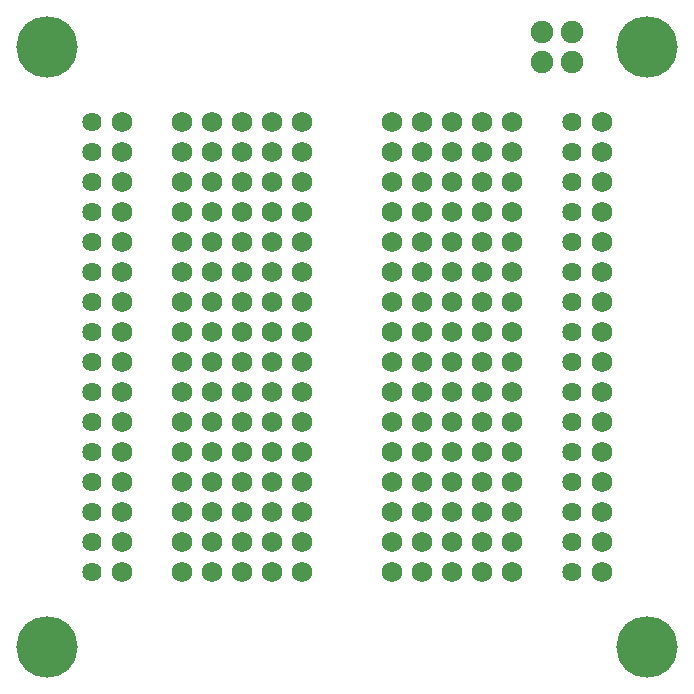
<source format=gbs>
G04 Layer: BottomSolderMaskLayer*
G04 EasyEDA v6.5.29, 2023-07-20 18:44:56*
G04 ecacf19a758f4ad5b663ea4f4b469a4f,5a6b42c53f6a479593ecc07194224c93,10*
G04 Gerber Generator version 0.2*
G04 Scale: 100 percent, Rotated: No, Reflected: No *
G04 Dimensions in millimeters *
G04 leading zeros omitted , absolute positions ,4 integer and 5 decimal *
%FSLAX45Y45*%
%MOMM*%

%ADD10C,5.2032*%
%ADD11C,1.9016*%
%ADD12C,1.6256*%
%ADD13C,1.7272*%

%LPD*%
D10*
G01*
X381000Y5461000D03*
G01*
X5461000Y5461000D03*
G01*
X5461000Y381000D03*
G01*
X381000Y381000D03*
D11*
G01*
X4572000Y5588000D03*
G01*
X4572000Y5334000D03*
G01*
X4826000Y5334000D03*
G01*
X4826000Y5588000D03*
D12*
G01*
X762076Y4572000D03*
D13*
G01*
X1016076Y4572000D03*
D12*
G01*
X762076Y4318000D03*
D13*
G01*
X1016076Y4318000D03*
D12*
G01*
X762076Y4064000D03*
D13*
G01*
X1016076Y4064000D03*
D12*
G01*
X762127Y4826000D03*
D13*
G01*
X1016076Y4826000D03*
G01*
X1016000Y3810000D03*
D12*
G01*
X762076Y3810000D03*
D13*
G01*
X1016000Y3048000D03*
D12*
G01*
X762000Y3048000D03*
D13*
G01*
X1016000Y3302000D03*
D12*
G01*
X762000Y3302000D03*
D13*
G01*
X1016000Y3556000D03*
D12*
G01*
X762000Y3556000D03*
D13*
G01*
X1016000Y2794000D03*
D12*
G01*
X762076Y2794000D03*
D13*
G01*
X1016000Y2032000D03*
D12*
G01*
X762000Y2032000D03*
D13*
G01*
X1016000Y2286000D03*
D12*
G01*
X762000Y2286000D03*
D13*
G01*
X1016000Y2540000D03*
D12*
G01*
X762000Y2540000D03*
D13*
G01*
X1016000Y1778000D03*
D12*
G01*
X762076Y1778000D03*
D13*
G01*
X1016000Y1016000D03*
D12*
G01*
X762000Y1016000D03*
D13*
G01*
X1016000Y1270000D03*
D12*
G01*
X762000Y1270000D03*
D13*
G01*
X1016000Y1524000D03*
D12*
G01*
X762000Y1524000D03*
D13*
G01*
X1777923Y4826000D03*
G01*
X1524000Y4826000D03*
G01*
X1777923Y4064000D03*
G01*
X1523923Y4064000D03*
G01*
X1777923Y4318000D03*
G01*
X1523923Y4318000D03*
G01*
X1777923Y4572000D03*
G01*
X1523923Y4572000D03*
G01*
X2286000Y4826000D03*
G01*
X2032076Y4826000D03*
G01*
X2286000Y4064000D03*
G01*
X2032000Y4064000D03*
G01*
X2286000Y4318000D03*
G01*
X2032000Y4318000D03*
G01*
X2286000Y4572000D03*
G01*
X2032000Y4572000D03*
G01*
X2540000Y4826000D03*
G01*
X2539923Y4064000D03*
G01*
X2539923Y4318000D03*
G01*
X2539923Y4572000D03*
G01*
X4317923Y4572000D03*
G01*
X4317923Y4318000D03*
G01*
X4317923Y4064000D03*
G01*
X4318000Y4826000D03*
G01*
X3810000Y4572000D03*
G01*
X4064000Y4572000D03*
G01*
X3810000Y4318000D03*
G01*
X4064000Y4318000D03*
G01*
X3810000Y4064000D03*
G01*
X4064000Y4064000D03*
G01*
X3810050Y4826000D03*
G01*
X4064000Y4826000D03*
G01*
X3301923Y4572000D03*
G01*
X3555923Y4572000D03*
G01*
X3301923Y4318000D03*
G01*
X3555923Y4318000D03*
G01*
X3301923Y4064000D03*
G01*
X3555923Y4064000D03*
G01*
X3302000Y4826000D03*
G01*
X3555923Y4826000D03*
D12*
G01*
X4825923Y1524000D03*
D13*
G01*
X5079923Y1524000D03*
D12*
G01*
X4825923Y1270000D03*
D13*
G01*
X5079923Y1270000D03*
D12*
G01*
X4825923Y1016000D03*
D13*
G01*
X5079923Y1016000D03*
D12*
G01*
X4826000Y1778000D03*
D13*
G01*
X5079923Y1778000D03*
D12*
G01*
X4825923Y2540000D03*
D13*
G01*
X5079923Y2540000D03*
D12*
G01*
X4825923Y2286000D03*
D13*
G01*
X5079923Y2286000D03*
D12*
G01*
X4825923Y2032000D03*
D13*
G01*
X5079923Y2032000D03*
D12*
G01*
X4826000Y2794000D03*
D13*
G01*
X5079923Y2794000D03*
D12*
G01*
X4825923Y3556000D03*
D13*
G01*
X5079923Y3556000D03*
D12*
G01*
X4825923Y3302000D03*
D13*
G01*
X5079923Y3302000D03*
D12*
G01*
X4825923Y3048000D03*
D13*
G01*
X5079923Y3048000D03*
D12*
G01*
X4826000Y3810000D03*
D13*
G01*
X5079923Y3810000D03*
G01*
X5080000Y4826000D03*
D12*
G01*
X4826050Y4826000D03*
D13*
G01*
X5080000Y4064000D03*
D12*
G01*
X4826000Y4064000D03*
D13*
G01*
X5080000Y4318000D03*
D12*
G01*
X4826000Y4318000D03*
D13*
G01*
X5080000Y4572000D03*
D12*
G01*
X4826000Y4572000D03*
D13*
G01*
X3555923Y3810000D03*
G01*
X3302000Y3810000D03*
G01*
X3555923Y3048000D03*
G01*
X3301923Y3048000D03*
G01*
X3555923Y3302000D03*
G01*
X3301923Y3302000D03*
G01*
X3555923Y3556000D03*
G01*
X3301923Y3556000D03*
G01*
X4064000Y3810000D03*
G01*
X3810050Y3810000D03*
G01*
X4064000Y3048000D03*
G01*
X3810000Y3048000D03*
G01*
X4064000Y3302000D03*
G01*
X3810000Y3302000D03*
G01*
X4064000Y3556000D03*
G01*
X3810000Y3556000D03*
G01*
X4318000Y3810000D03*
G01*
X4317923Y3048000D03*
G01*
X4317923Y3302000D03*
G01*
X4317923Y3556000D03*
G01*
X2539923Y3556000D03*
G01*
X2539923Y3302000D03*
G01*
X2539923Y3048000D03*
G01*
X2540000Y3810000D03*
G01*
X2032000Y3556000D03*
G01*
X2286000Y3556000D03*
G01*
X2032000Y3302000D03*
G01*
X2286000Y3302000D03*
G01*
X2032000Y3048000D03*
G01*
X2286000Y3048000D03*
G01*
X2032076Y3810000D03*
G01*
X2286000Y3810000D03*
G01*
X1523923Y3556000D03*
G01*
X1777923Y3556000D03*
G01*
X1523923Y3302000D03*
G01*
X1777923Y3302000D03*
G01*
X1523923Y3048000D03*
G01*
X1777923Y3048000D03*
G01*
X1524000Y3810000D03*
G01*
X1777923Y3810000D03*
G01*
X3555923Y2794000D03*
G01*
X3302000Y2794000D03*
G01*
X3555923Y2032000D03*
G01*
X3301923Y2032000D03*
G01*
X3555923Y2286000D03*
G01*
X3301923Y2286000D03*
G01*
X3555923Y2540000D03*
G01*
X3301923Y2540000D03*
G01*
X4064000Y2794000D03*
G01*
X3810050Y2794000D03*
G01*
X4064000Y2032000D03*
G01*
X3810000Y2032000D03*
G01*
X4064000Y2286000D03*
G01*
X3810000Y2286000D03*
G01*
X4064000Y2540000D03*
G01*
X3810000Y2540000D03*
G01*
X4318000Y2794000D03*
G01*
X4317923Y2032000D03*
G01*
X4317923Y2286000D03*
G01*
X4317923Y2540000D03*
G01*
X2539923Y2540000D03*
G01*
X2539923Y2286000D03*
G01*
X2539923Y2032000D03*
G01*
X2540000Y2794000D03*
G01*
X2032000Y2540000D03*
G01*
X2286000Y2540000D03*
G01*
X2032000Y2286000D03*
G01*
X2286000Y2286000D03*
G01*
X2032000Y2032000D03*
G01*
X2286000Y2032000D03*
G01*
X2032076Y2794000D03*
G01*
X2286000Y2794000D03*
G01*
X1523923Y2540000D03*
G01*
X1777923Y2540000D03*
G01*
X1523923Y2286000D03*
G01*
X1777923Y2286000D03*
G01*
X1523923Y2032000D03*
G01*
X1777923Y2032000D03*
G01*
X1524000Y2794000D03*
G01*
X1777923Y2794000D03*
G01*
X3555923Y1778000D03*
G01*
X3302000Y1778000D03*
G01*
X3555923Y1016000D03*
G01*
X3301923Y1016000D03*
G01*
X3555923Y1270000D03*
G01*
X3301923Y1270000D03*
G01*
X3555923Y1524000D03*
G01*
X3301923Y1524000D03*
G01*
X4064000Y1778000D03*
G01*
X3810050Y1778000D03*
G01*
X4064000Y1016000D03*
G01*
X3810000Y1016000D03*
G01*
X4064000Y1270000D03*
G01*
X3810000Y1270000D03*
G01*
X4064000Y1524000D03*
G01*
X3810000Y1524000D03*
G01*
X4318000Y1778000D03*
G01*
X4317923Y1016000D03*
G01*
X4317923Y1270000D03*
G01*
X4317923Y1524000D03*
G01*
X2539923Y1524000D03*
G01*
X2539923Y1270000D03*
G01*
X2539923Y1016000D03*
G01*
X2540000Y1778000D03*
G01*
X2032000Y1524000D03*
G01*
X2286000Y1524000D03*
G01*
X2032000Y1270000D03*
G01*
X2286000Y1270000D03*
G01*
X2032000Y1016000D03*
G01*
X2286000Y1016000D03*
G01*
X2032076Y1778000D03*
G01*
X2286000Y1778000D03*
G01*
X1523923Y1524000D03*
G01*
X1777923Y1524000D03*
G01*
X1523923Y1270000D03*
G01*
X1777923Y1270000D03*
G01*
X1523923Y1016000D03*
G01*
X1777923Y1016000D03*
G01*
X1524000Y1778000D03*
G01*
X1777923Y1778000D03*
M02*

</source>
